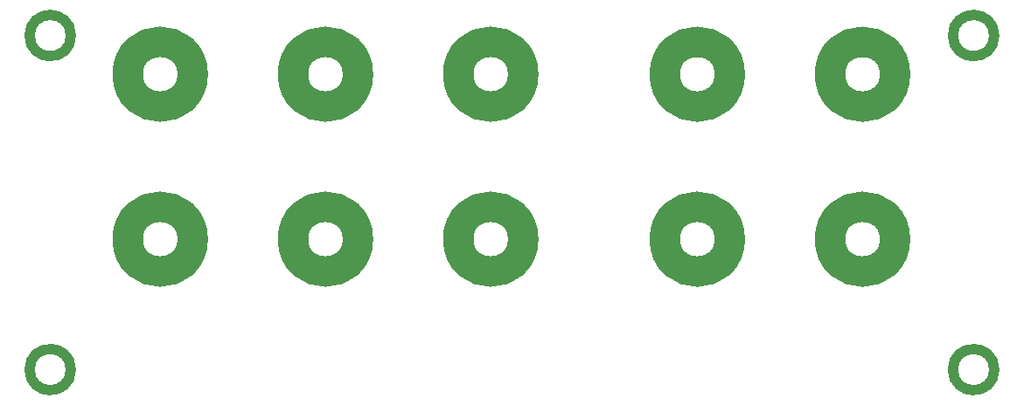
<source format=gbs>
G04 #@! TF.FileFunction,Soldermask,Bot*
%FSLAX46Y46*%
G04 Gerber Fmt 4.6, Leading zero omitted, Abs format (unit mm)*
G04 Created by KiCad (PCBNEW no-bzr-kicad_new3d-viewer) date 06/27/16 23:32:51*
%MOMM*%
%LPD*%
G01*
G04 APERTURE LIST*
%ADD10C,0.100000*%
%ADD11C,1.000000*%
%ADD12C,3.000000*%
G04 APERTURE END LIST*
D10*
D11*
X128656034Y-41094890D02*
G75*
G03X128656034Y-41094890I-2000000J0D01*
G01*
X128656034Y-73494890D02*
G75*
G03X128656034Y-73494890I-2000000J0D01*
G01*
X39256034Y-73494890D02*
G75*
G03X39256034Y-73494890I-2000000J0D01*
G01*
X39256034Y-41094890D02*
G75*
G03X39256034Y-41094890I-2000000J0D01*
G01*
D12*
X119052858Y-44844890D02*
G75*
G03X119052858Y-44844890I-3146824J0D01*
G01*
X103052858Y-44844890D02*
G75*
G03X103052858Y-44844890I-3146824J0D01*
G01*
X119052858Y-60844890D02*
G75*
G03X119052858Y-60844890I-3146824J0D01*
G01*
X103052858Y-60844890D02*
G75*
G03X103052858Y-60844890I-3146824J0D01*
G01*
X51052858Y-44844890D02*
G75*
G03X51052858Y-44844890I-3146824J0D01*
G01*
X67052858Y-44844890D02*
G75*
G03X67052858Y-44844890I-3146824J0D01*
G01*
X83052858Y-44844890D02*
G75*
G03X83052858Y-44844890I-3146824J0D01*
G01*
X51052858Y-60844890D02*
G75*
G03X51052858Y-60844890I-3146824J0D01*
G01*
X67052858Y-60844890D02*
G75*
G03X67052858Y-60844890I-3146824J0D01*
G01*
X83052858Y-60844890D02*
G75*
G03X83052858Y-60844890I-3146824J0D01*
G01*
M02*

</source>
